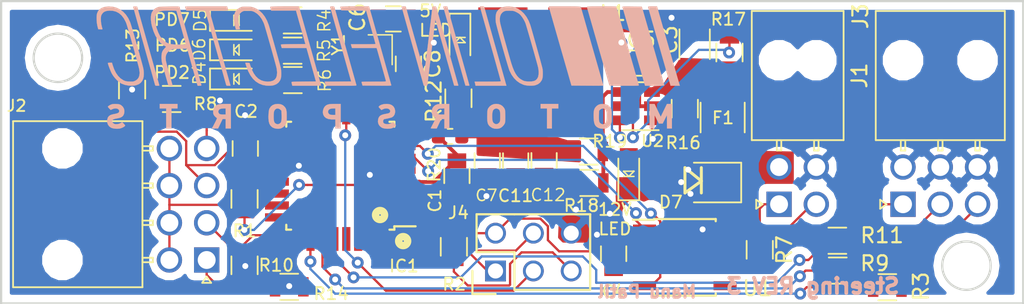
<source format=kicad_pcb>
(kicad_pcb (version 20171130) (host pcbnew 5.0.0-fee4fd1~66~ubuntu18.04.1)
  (layers (0 F.Cu signal) (31 B.Cu signal hide) (34 B.Paste user hide) (35 F.Paste user) (36 B.SilkS user hide) (37 F.SilkS user) (38 B.Mask user) (39 F.Mask user hide) (44 Edge.Cuts user))
  (net 0 "")
  (net 1 VCC)
  (net 2 GND)
  (net 3 "Net-(C2-Pad1)")
  (net 4 /12V_Fused)
  (net 5 "Net-(C5-Pad2)")
  (net 6 "Net-(C5-Pad1)")
  (net 7 "Net-(C6-Pad1)")
  (net 8 "Net-(C11-Pad1)")
  (net 9 "Net-(C8-Pad1)")
  (net 10 "Net-(D1-Pad2)")
  (net 11 "Net-(D2-Pad2)")
  (net 12 "Net-(D4-Pad2)")
  (net 13 "Net-(D5-Pad2)")
  (net 14 "Net-(D6-Pad2)")
  (net 15 +12V)
  (net 16 /MISO)
  (net 17 /MOSI)
  (net 18 "Net-(IC1-Pad3)")
  (net 19 /TXCAN)
  (net 20 /RXCAN)
  (net 21 "Net-(IC1-Pad8)")
  (net 22 "Net-(IC1-Pad9)")
  (net 23 /SCK)
  (net 24 /P_LED_1)
  (net 25 /P_LED_2)
  (net 26 /P_LED_3)
  (net 27 "Net-(IC1-Pad18)")
  (net 28 "Net-(IC1-Pad21)")
  (net 29 /LED_Driver3)
  (net 30 /LED_Driver2)
  (net 31 /LED_Driver1)
  (net 32 /B1_In)
  (net 33 /B2_In)
  (net 34 /B3_In)
  (net 35 /B4_In)
  (net 36 "Net-(IC1-Pad30)")
  (net 37 /RESET)
  (net 38 "Net-(IC1-Pad32)")
  (net 39 /LED3_Out)
  (net 40 /LED2_Out)
  (net 41 /LED1_Out)
  (net 42 /CANH)
  (net 43 /CANL)
  (net 44 "Net-(R17-Pad1)")
  (net 45 "Net-(R18-Pad1)")
  (net 46 "Net-(U1-Pad5)")
  (net 47 "Net-(IC1-Pad29)")
  (net 48 "Net-(IC1-Pad22)")
  (net 49 "Net-(IC1-Pad23)")
  (module footprints:SOT-23-6_OEM (layer F.Cu) (at 70.0024 31.9532 180)
    (fp_text reference U2 (at -1.143 -2.3368) (layer F.SilkS) (effects (font (size 0.762 0.762) (thickness 0.127))))
    (fp_text value TPS561201 hide)
    (pad 1 smd rect (at -1.1 -0.95 180) (size 1.06 0.65) (layers F.Cu F.Paste F.Mask) (net 2 GND))
    (pad 2 smd rect (at -1.1 0 180) (size 1.06 0.65) (layers F.Cu F.Paste F.Mask) (net 5 "Net-(C5-Pad2)"))
    (pad 3 smd rect (at -1.1 0.95 180) (size 1.06 0.65) (layers F.Cu F.Paste F.Mask) (net 4 /12V_Fused))
    (pad 4 smd rect (at 1.1 0.95 180) (size 1.06 0.65) (layers F.Cu F.Paste F.Mask) (net 45 "Net-(R18-Pad1)"))
    (pad 6 smd rect (at 1.1 -0.95 180) (size 1.06 0.65) (layers F.Cu F.Paste F.Mask) (net 6 "Net-(C5-Pad1)"))
    (pad 5 smd rect (at 1.1 0 180) (size 1.06 0.65) (layers F.Cu F.Paste F.Mask) (net 44 "Net-(R17-Pad1)"))
  )
  (module footprints:R_0805_OEM (layer F.Cu) (at 43.7642 42.6466 270)
    (fp_text reference R10 (at 0 -2.1336) (layer F.SilkS) (effects (font (size 0.8128 0.8128) (thickness 0.127))))
    (fp_text value R_1M hide)
    (pad 2 smd rect (at 0.95 0 270) (size 0.7 1.3) (layers F.Cu F.Paste F.Mask) (net 2 GND))
    (pad 1 smd rect (at -0.95 0 270) (size 0.7 1.3) (layers F.Cu F.Paste F.Mask) (net 34 /B3_In))
  )
  (module Connector_Molex:Molex_Nano-Fit_105314-xx04_2x02_P2.50mm_Horizontal (layer F.Cu) (at 79.629 38.5445 90)
    (fp_text reference J3 (at 12.6365 5.461 90) (layer F.SilkS))
    (fp_text value NF_F_RA_2x02 hide)
    (pad 1 thru_hole rect (at 0 0 90) (size 1.7 1.7) (drill 1.2) (layers *.Cu *.Mask) (net 42 /CANH))
    (pad 2 thru_hole circle (at 0 2.5 90) (size 1.7 1.7) (drill 1.2) (layers *.Cu *.Mask) (net 43 /CANL))
    (pad 3 thru_hole circle (at 2.5 0 90) (size 1.7 1.7) (drill 1.2) (layers *.Cu *.Mask) (net 15 +12V))
    (pad 4 thru_hole circle (at 2.5 2.5 90) (size 1.7 1.7) (drill 1.2) (layers *.Cu *.Mask) (net 2 GND))
    (pad "" np_thru_hole circle (at 9.68 0 90) (size 1.7 1.7) (drill 1.7) (layers *.Cu *.Mask))
    (pad "" np_thru_hole circle (at 9.68 2.5 90) (size 1.7 1.7) (drill 1.7) (layers *.Cu *.Mask))
  )
  (module footprints:TQFP-32_7x7mm_Pitch0.8mm (layer F.Cu) (at 50.1904 36.6268 180)
    (fp_text reference IC1 (at -4.2672 -6.0706 180) (layer F.SilkS) (effects (font (size 0.8128 0.8128) (thickness 0.127))))
    (fp_text value ATMEGA16M1 hide)
    (pad 1 smd rect (at -4.25 -2.8 180) (size 1.6 0.55) (layers F.Cu F.Paste F.Mask) (net 16 /MISO))
    (pad 2 smd rect (at -4.25 -2 180) (size 1.6 0.55) (layers F.Cu F.Paste F.Mask) (net 17 /MOSI))
    (pad 3 smd rect (at -4.25 -1.2 180) (size 1.6 0.55) (layers F.Cu F.Paste F.Mask) (net 18 "Net-(IC1-Pad3)"))
    (pad 4 smd rect (at -4.25 -0.4 180) (size 1.6 0.55) (layers F.Cu F.Paste F.Mask) (net 1 VCC))
    (pad 5 smd rect (at -4.25 0.4 180) (size 1.6 0.55) (layers F.Cu F.Paste F.Mask) (net 2 GND))
    (pad 6 smd rect (at -4.25 1.2 180) (size 1.6 0.55) (layers F.Cu F.Paste F.Mask) (net 19 /TXCAN))
    (pad 7 smd rect (at -4.25 2 180) (size 1.6 0.55) (layers F.Cu F.Paste F.Mask) (net 20 /RXCAN))
    (pad 8 smd rect (at -4.25 2.8 180) (size 1.6 0.55) (layers F.Cu F.Paste F.Mask) (net 21 "Net-(IC1-Pad8)"))
    (pad 9 smd rect (at -2.8 4.25 270) (size 1.6 0.55) (layers F.Cu F.Paste F.Mask) (net 22 "Net-(IC1-Pad9)"))
    (pad 10 smd rect (at -2 4.25 270) (size 1.6 0.55) (layers F.Cu F.Paste F.Mask) (net 9 "Net-(C8-Pad1)"))
    (pad 11 smd rect (at -1.2 4.25 270) (size 1.6 0.55) (layers F.Cu F.Paste F.Mask) (net 7 "Net-(C6-Pad1)"))
    (pad 12 smd rect (at -0.4 4.25 270) (size 1.6 0.55) (layers F.Cu F.Paste F.Mask) (net 23 /SCK))
    (pad 13 smd rect (at 0.4 4.25 270) (size 1.6 0.55) (layers F.Cu F.Paste F.Mask) (net 24 /P_LED_1))
    (pad 14 smd rect (at 1.2 4.25 270) (size 1.6 0.55) (layers F.Cu F.Paste F.Mask) (net 25 /P_LED_2))
    (pad 15 smd rect (at 2 4.25 270) (size 1.6 0.55) (layers F.Cu F.Paste F.Mask) (net 26 /P_LED_3))
    (pad 16 smd rect (at 2.8 4.25 270) (size 1.6 0.55) (layers F.Cu F.Paste F.Mask) (net 32 /B1_In))
    (pad 17 smd rect (at 4.25 2.8 180) (size 1.6 0.55) (layers F.Cu F.Paste F.Mask) (net 33 /B2_In))
    (pad 18 smd rect (at 4.25 2 180) (size 1.6 0.55) (layers F.Cu F.Paste F.Mask) (net 27 "Net-(IC1-Pad18)"))
    (pad 19 smd rect (at 4.25 1.2 180) (size 1.6 0.55) (layers F.Cu F.Paste F.Mask) (net 3 "Net-(C2-Pad1)"))
    (pad 20 smd rect (at 4.25 0.4 180) (size 1.6 0.55) (layers F.Cu F.Paste F.Mask) (net 2 GND))
    (pad 21 smd rect (at 4.25 -0.4 180) (size 1.6 0.55) (layers F.Cu F.Paste F.Mask) (net 28 "Net-(IC1-Pad21)"))
    (pad 22 smd rect (at 4.25 -1.2 180) (size 1.6 0.55) (layers F.Cu F.Paste F.Mask) (net 48 "Net-(IC1-Pad22)"))
    (pad 23 smd rect (at 4.25 -2 180) (size 1.6 0.55) (layers F.Cu F.Paste F.Mask) (net 49 "Net-(IC1-Pad23)"))
    (pad 24 smd rect (at 4.25 -2.8 180) (size 1.6 0.55) (layers F.Cu F.Paste F.Mask) (net 34 /B3_In))
    (pad 25 smd rect (at 2.8 -4.25 270) (size 1.6 0.55) (layers F.Cu F.Paste F.Mask) (net 35 /B4_In))
    (pad 26 smd rect (at 2 -4.25 270) (size 1.6 0.55) (layers F.Cu F.Paste F.Mask) (net 31 /LED_Driver1))
    (pad 27 smd rect (at 1.2 -4.25 270) (size 1.6 0.55) (layers F.Cu F.Paste F.Mask) (net 30 /LED_Driver2))
    (pad 28 smd rect (at 0.4 -4.25 270) (size 1.6 0.55) (layers F.Cu F.Paste F.Mask) (net 29 /LED_Driver3))
    (pad 29 smd rect (at -0.4 -4.25 270) (size 1.6 0.55) (layers F.Cu F.Paste F.Mask) (net 47 "Net-(IC1-Pad29)"))
    (pad 30 smd rect (at -1.2 -4.25 270) (size 1.6 0.55) (layers F.Cu F.Paste F.Mask) (net 36 "Net-(IC1-Pad30)"))
    (pad 31 smd rect (at -2 -4.25 270) (size 1.6 0.55) (layers F.Cu F.Paste F.Mask) (net 37 /RESET))
    (pad 32 smd rect (at -2.8 -4.25 270) (size 1.6 0.55) (layers F.Cu F.Paste F.Mask) (net 38 "Net-(IC1-Pad32)"))
  )
  (module footprints:C_0805_OEM (layer F.Cu) (at 58.0136 36.6268 270)
    (fp_text reference C1 (at 1.6764 1.4732 90) (layer F.SilkS) (effects (font (size 0.8128 0.8128) (thickness 0.127))))
    (fp_text value C_0.1uF hide)
    (pad 1 smd rect (at -1 0 270) (size 1 1.25) (layers F.Cu F.Paste F.Mask) (net 1 VCC))
    (pad 2 smd rect (at 1 0 270) (size 1 1.25) (layers F.Cu F.Paste F.Mask) (net 2 GND))
  )
  (module footprints:C_0805_OEM (layer F.Cu) (at 43.815 34.798 90)
    (fp_text reference C2 (at 2.4892 0.0508 180) (layer F.SilkS) (effects (font (size 0.8128 0.8128) (thickness 0.127))))
    (fp_text value C_100pF hide)
    (pad 1 smd rect (at -1 0 90) (size 1 1.25) (layers F.Cu F.Paste F.Mask) (net 3 "Net-(C2-Pad1)"))
    (pad 2 smd rect (at 1 0 90) (size 1 1.25) (layers F.Cu F.Paste F.Mask) (net 2 GND))
  )
  (module footprints:C_1206_OEM (layer F.Cu) (at 73.9648 27.7876 90)
    (fp_text reference C3 (at 0.2921 -1.6764 90) (layer F.SilkS))
    (fp_text value C_22uF hide)
    (pad 1 smd rect (at -1.5 0 90) (size 1 1.6) (layers F.Cu F.Paste F.Mask) (net 4 /12V_Fused))
    (pad 2 smd rect (at 1.5 0 90) (size 1 1.6) (layers F.Cu F.Paste F.Mask) (net 2 GND))
  )
  (module footprints:C_0805_OEM (layer F.Cu) (at 68.5292 41.8686 90)
    (fp_text reference C4 (at -2.5306 0 180) (layer F.SilkS) (effects (font (size 0.8128 0.8128) (thickness 0.127))))
    (fp_text value C_0.1uF hide)
    (pad 2 smd rect (at 1 0 90) (size 1 1.25) (layers F.Cu F.Paste F.Mask) (net 2 GND))
    (pad 1 smd rect (at -1 0 90) (size 1 1.25) (layers F.Cu F.Paste F.Mask) (net 1 VCC))
  )
  (module footprints:C_0805_OEM (layer F.Cu) (at 69.9864 29.0576)
    (fp_text reference C5 (at 0.397 -1.5748) (layer F.SilkS))
    (fp_text value C_0.1uF hide)
    (pad 2 smd rect (at 1 0) (size 1 1.25) (layers F.Cu F.Paste F.Mask) (net 5 "Net-(C5-Pad2)"))
    (pad 1 smd rect (at -1 0) (size 1 1.25) (layers F.Cu F.Paste F.Mask) (net 6 "Net-(C5-Pad1)"))
  )
  (module footprints:C_0805_OEM (layer F.Cu) (at 53.7464 26.0858)
    (fp_text reference C6 (at -2.413 -0.1016 90) (layer F.SilkS))
    (fp_text value C_30pF hide)
    (pad 1 smd rect (at -1 0) (size 1 1.25) (layers F.Cu F.Paste F.Mask) (net 7 "Net-(C6-Pad1)"))
    (pad 2 smd rect (at 1 0) (size 1 1.25) (layers F.Cu F.Paste F.Mask) (net 2 GND))
  )
  (module footprints:C_0805_OEM (layer F.Cu) (at 60.0519 35.617206 270)
    (fp_text reference C7 (at 2.330394 0.0571) (layer F.SilkS) (effects (font (size 0.762 0.762) (thickness 0.1016))))
    (fp_text value C_47uF hide)
    (pad 1 smd rect (at -1 0 270) (size 1 1.25) (layers F.Cu F.Paste F.Mask) (net 8 "Net-(C11-Pad1)"))
    (pad 2 smd rect (at 1 0 270) (size 1 1.25) (layers F.Cu F.Paste F.Mask) (net 2 GND))
  )
  (module footprints:C_0805_OEM (layer F.Cu) (at 54.7624 29.1084 90)
    (fp_text reference C8 (at 0 1.6256 90) (layer F.SilkS))
    (fp_text value C_30pF hide)
    (pad 2 smd rect (at 1 0 90) (size 1 1.25) (layers F.Cu F.Paste F.Mask) (net 2 GND))
    (pad 1 smd rect (at -1 0 90) (size 1 1.25) (layers F.Cu F.Paste F.Mask) (net 9 "Net-(C8-Pad1)"))
  )
  (module footprints:C_0805_OEM (layer F.Cu) (at 61.9569 35.617206 270)
    (fp_text reference C11 (at 2.355794 0.0063) (layer F.SilkS) (effects (font (size 0.8128 0.8128) (thickness 0.127))))
    (fp_text value C_1uF hide)
    (pad 1 smd rect (at -1 0 270) (size 1 1.25) (layers F.Cu F.Paste F.Mask) (net 8 "Net-(C11-Pad1)"))
    (pad 2 smd rect (at 1 0 270) (size 1 1.25) (layers F.Cu F.Paste F.Mask) (net 2 GND))
  )
  (module footprints:C_0805_OEM (layer F.Cu) (at 63.8619 35.601206 270)
    (fp_text reference C12 (at 2.320994 -0.2731) (layer F.SilkS) (effects (font (size 0.8128 0.8128) (thickness 0.1016))))
    (fp_text value C_0.1uF hide)
    (pad 2 smd rect (at 1 0 270) (size 1 1.25) (layers F.Cu F.Paste F.Mask) (net 2 GND))
    (pad 1 smd rect (at -1 0 270) (size 1 1.25) (layers F.Cu F.Paste F.Mask) (net 8 "Net-(C11-Pad1)"))
  )
  (module footprints:LED_0805_OEM (layer F.Cu) (at 69.5452 36.4744 90)
    (fp_text reference D1 hide)
    (fp_text value LED_0805 hide)
    (pad 2 smd rect (at 1.1 0 270) (size 1.2 1.2) (layers F.Cu F.Paste F.Mask) (net 10 "Net-(D1-Pad2)"))
    (pad 1 smd rect (at -1.1 0 270) (size 1.2 1.2) (layers F.Cu F.Paste F.Mask) (net 2 GND))
  )
  (module footprints:LED_0805_OEM (layer F.Cu) (at 58.2168 27.5336 270)
    (fp_text reference D2 hide)
    (fp_text value LED_0805 hide)
    (pad 1 smd rect (at -1.1 0 90) (size 1.2 1.2) (layers F.Cu F.Paste F.Mask) (net 2 GND))
    (pad 2 smd rect (at 1.1 0 90) (size 1.2 1.2) (layers F.Cu F.Paste F.Mask) (net 11 "Net-(D2-Pad2)"))
  )
  (module footprints:LED_0805_OEM (layer F.Cu) (at 43.2484 30.1244)
    (fp_text reference D4 (at -2.5068 -0.381 90) (layer F.SilkS) (effects (font (size 0.8128 0.8128) (thickness 0.1016))))
    (fp_text value LED_0805 hide)
    (pad 2 smd rect (at 1.1 0 180) (size 1.2 1.2) (layers F.Cu F.Paste F.Mask) (net 12 "Net-(D4-Pad2)"))
    (pad 1 smd rect (at -1.1 0 180) (size 1.2 1.2) (layers F.Cu F.Paste F.Mask) (net 2 GND))
  )
  (module footprints:LED_0805_OEM (layer F.Cu) (at 43.2484 26.1874)
    (fp_text reference D5 (at -2.456 0 90) (layer F.SilkS) (effects (font (size 0.8128 0.8128) (thickness 0.1016))))
    (fp_text value LED_0805 hide)
    (pad 1 smd rect (at -1.1 0 180) (size 1.2 1.2) (layers F.Cu F.Paste F.Mask) (net 2 GND))
    (pad 2 smd rect (at 1.1 0 180) (size 1.2 1.2) (layers F.Cu F.Paste F.Mask) (net 13 "Net-(D5-Pad2)"))
  )
  (module footprints:LED_0805_OEM (layer F.Cu) (at 43.2484 28.1686)
    (fp_text reference D6 (at -2.5322 -0.0254 90) (layer F.SilkS) (effects (font (size 0.8128 0.8128) (thickness 0.1016))))
    (fp_text value LED_0805 hide)
    (pad 2 smd rect (at 1.1 0 180) (size 1.2 1.2) (layers F.Cu F.Paste F.Mask) (net 14 "Net-(D6-Pad2)"))
    (pad 1 smd rect (at -1.1 0 180) (size 1.2 1.2) (layers F.Cu F.Paste F.Mask) (net 2 GND))
  )
  (module footprints:DO-214AA (layer F.Cu) (at 73.914 37.084 180)
    (fp_text reference D7 (at 1.5494 -1.3208 180) (layer F.SilkS) (effects (font (size 0.8128 0.8128) (thickness 0.127))))
    (fp_text value D_Zener_18V hide)
    (pad 2 smd rect (at 2.032 0) (size 1.778 2.159) (layers F.Cu F.Paste F.Mask) (net 2 GND))
    (pad 1 smd rect (at -2.032 0) (size 1.778 2.159) (layers F.Cu F.Paste F.Mask) (net 15 +12V))
  )
  (module footprints:Fuse_1210 (layer F.Cu) (at 75.8444 32.7152 90)
    (fp_text reference F1 (at -0.0254 0.0254) (layer F.SilkS) (effects (font (size 0.8128 0.8128) (thickness 0.127))))
    (fp_text value 500mA hide)
    (pad 1 smd rect (at -1.45 0 90) (size 0.9 2.5) (layers F.Cu F.Paste F.Mask) (net 15 +12V))
    (pad 2 smd rect (at 1.45 0 90) (size 0.9 2.5) (layers F.Cu F.Paste F.Mask) (net 4 /12V_Fused))
  )
  (module footprints:Pin_Header_Straight_2x03 (layer F.Cu) (at 60.6044 43.0276 90)
    (fp_text reference J4 (at 3.9116 -2.4892 180) (layer F.SilkS) (effects (font (size 0.8128 0.8128) (thickness 0.127))))
    (fp_text value CONN_02X03 hide)
    (pad 6 thru_hole circle (at 2.54 5.08 90) (size 1.4 1.4) (drill 1.016) (layers *.Cu *.Mask) (net 2 GND))
    (pad 5 thru_hole circle (at 0 5.08 90) (size 1.4 1.4) (drill 1.016) (layers *.Cu *.Mask) (net 37 /RESET))
    (pad 4 thru_hole circle (at 2.54 2.54 90) (size 1.4 1.4) (drill 1.016) (layers *.Cu *.Mask) (net 17 /MOSI))
    (pad 3 thru_hole circle (at 0 2.54 90) (size 1.4 1.4) (drill 1.016) (layers *.Cu *.Mask) (net 23 /SCK))
    (pad 2 thru_hole circle (at 2.54 0 90) (size 1.4 1.4) (drill 1.016) (layers *.Cu *.Mask) (net 1 VCC))
    (pad 1 thru_hole rect (at 0 0 90) (size 1.4 1.4) (drill 1.016) (layers *.Cu *.Mask) (net 16 /MISO))
  )
  (module footprints:4.7uH_Inductor_OEM (layer F.Cu) (at 63.4492 29.4132 180)
    (fp_text reference L1 (at -5.0292 3.7084) (layer F.SilkS))
    (fp_text value L_4.7uH hide)
    (pad 1 smd rect (at -2.35 0 180) (size 3.3 8.2) (layers F.Cu F.Paste F.Mask) (net 5 "Net-(C5-Pad2)"))
    (pad 2 smd rect (at 2.35 0 180) (size 3.3 8.2) (layers F.Cu F.Paste F.Mask) (net 8 "Net-(C11-Pad1)"))
  )
  (module footprints:R_0805_OEM (layer F.Cu) (at 43.7642 38.1864 90)
    (fp_text reference R1 (at -2.1488 0 180) (layer F.SilkS) (effects (font (size 0.8128 0.8128) (thickness 0.127))))
    (fp_text value R_100 hide)
    (pad 1 smd rect (at -0.95 0 90) (size 0.7 1.3) (layers F.Cu F.Paste F.Mask) (net 1 VCC))
    (pad 2 smd rect (at 0.95 0 90) (size 0.7 1.3) (layers F.Cu F.Paste F.Mask) (net 3 "Net-(C2-Pad1)"))
  )
  (module footprints:R_0805_OEM (layer F.Cu) (at 57.8104 41.402 270)
    (fp_text reference R2 (at 2.5146 -0.0254) (layer F.SilkS) (effects (font (size 0.8128 0.8128) (thickness 0.127))))
    (fp_text value R_10K hide)
    (pad 2 smd rect (at 0.95 0 270) (size 0.7 1.3) (layers F.Cu F.Paste F.Mask) (net 37 /RESET))
    (pad 1 smd rect (at -0.95 0 270) (size 0.7 1.3) (layers F.Cu F.Paste F.Mask) (net 1 VCC))
  )
  (module footprints:R_0805_OEM (layer F.Cu) (at 86.8934 44.1198 180)
    (fp_text reference R3 (at -2.2606 0.0508 90) (layer F.SilkS))
    (fp_text value R_200 hide)
    (pad 2 smd rect (at 0.95 0 180) (size 0.7 1.3) (layers F.Cu F.Paste F.Mask) (net 31 /LED_Driver1))
    (pad 1 smd rect (at -0.95 0 180) (size 0.7 1.3) (layers F.Cu F.Paste F.Mask) (net 41 /LED1_Out))
  )
  (module footprints:R_0805_OEM (layer F.Cu) (at 46.99 26.1874 180)
    (fp_text reference R4 (at -2.1336 -0.0254 270) (layer F.SilkS) (effects (font (size 0.8128 0.8128) (thickness 0.1016))))
    (fp_text value R_200 hide)
    (pad 1 smd rect (at -0.95 0 180) (size 0.7 1.3) (layers F.Cu F.Paste F.Mask) (net 24 /P_LED_1))
    (pad 2 smd rect (at 0.95 0 180) (size 0.7 1.3) (layers F.Cu F.Paste F.Mask) (net 13 "Net-(D5-Pad2)"))
  )
  (module footprints:R_0805_OEM (layer F.Cu) (at 46.99 28.2194 180)
    (fp_text reference R5 (at -2.1082 0 90) (layer F.SilkS) (effects (font (size 0.8128 0.8128) (thickness 0.1016))))
    (fp_text value R_200 hide)
    (pad 1 smd rect (at -0.95 0 180) (size 0.7 1.3) (layers F.Cu F.Paste F.Mask) (net 25 /P_LED_2))
    (pad 2 smd rect (at 0.95 0 180) (size 0.7 1.3) (layers F.Cu F.Paste F.Mask) (net 14 "Net-(D6-Pad2)"))
  )
  (module footprints:R_0805_OEM (layer F.Cu) (at 47.0052 30.2006 180)
    (fp_text reference R6 (at -2.1438 -0.0254 270) (layer F.SilkS) (effects (font (size 0.8128 0.8128) (thickness 0.1016))))
    (fp_text value R_200 hide)
    (pad 2 smd rect (at 0.95 0 180) (size 0.7 1.3) (layers F.Cu F.Paste F.Mask) (net 12 "Net-(D4-Pad2)"))
    (pad 1 smd rect (at -0.95 0 180) (size 0.7 1.3) (layers F.Cu F.Paste F.Mask) (net 26 /P_LED_3))
  )
  (module footprints:R_0805_OEM (layer F.Cu) (at 78.3336 41.6052 270)
    (fp_text reference R7 (at 0 -1.65 270) (layer F.SilkS))
    (fp_text value R_200 hide)
    (pad 1 smd rect (at -0.95 0 270) (size 0.7 1.3) (layers F.Cu F.Paste F.Mask) (net 42 /CANH))
    (pad 2 smd rect (at 0.95 0 270) (size 0.7 1.3) (layers F.Cu F.Paste F.Mask) (net 43 /CANL))
  )
  (module footprints:R_0805_OEM (layer F.Cu) (at 38.8772 31.4706 180)
    (fp_text reference R8 (at -2.2708 -0.3302) (layer F.SilkS) (effects (font (size 0.8128 0.8128) (thickness 0.127))))
    (fp_text value R_1M hide)
    (pad 2 smd rect (at 0.95 0 180) (size 0.7 1.3) (layers F.Cu F.Paste F.Mask) (net 2 GND))
    (pad 1 smd rect (at -0.95 0 180) (size 0.7 1.3) (layers F.Cu F.Paste F.Mask) (net 32 /B1_In))
  )
  (module footprints:R_0805_OEM (layer F.Cu) (at 83.566 43.0022 180)
    (fp_text reference R9 (at -2.4892 0.4826) (layer F.SilkS))
    (fp_text value R_200 hide)
    (pad 1 smd rect (at -0.95 0 180) (size 0.7 1.3) (layers F.Cu F.Paste F.Mask) (net 40 /LED2_Out))
    (pad 2 smd rect (at 0.95 0 180) (size 0.7 1.3) (layers F.Cu F.Paste F.Mask) (net 30 /LED_Driver2))
  )
  (module footprints:R_0805_OEM (layer F.Cu) (at 83.5406 40.9956 180)
    (fp_text reference R11 (at -2.9972 0.3556) (layer F.SilkS))
    (fp_text value R_200 hide)
    (pad 1 smd rect (at -0.95 0 180) (size 0.7 1.3) (layers F.Cu F.Paste F.Mask) (net 39 /LED3_Out))
    (pad 2 smd rect (at 0.95 0 180) (size 0.7 1.3) (layers F.Cu F.Paste F.Mask) (net 29 /LED_Driver3))
  )
  (module footprints:R_0805_OEM (layer F.Cu) (at 58.1152 31.4198 90)
    (fp_text reference R12 (at -0.2032 -1.651 90) (layer F.SilkS))
    (fp_text value R_200 hide)
    (pad 2 smd rect (at 0.95 0 90) (size 0.7 1.3) (layers F.Cu F.Paste F.Mask) (net 11 "Net-(D2-Pad2)"))
    (pad 1 smd rect (at -0.95 0 90) (size 0.7 1.3) (layers F.Cu F.Paste F.Mask) (net 1 VCC))
  )
  (module footprints:R_0805_OEM (layer F.Cu) (at 36.2204 30.8356 90)
    (fp_text reference R13 (at 2.9464 0.0508 270) (layer F.SilkS) (effects (font (size 0.8128 0.8128) (thickness 0.127))))
    (fp_text value R_1M hide)
    (pad 1 smd rect (at -0.95 0 90) (size 0.7 1.3) (layers F.Cu F.Paste F.Mask) (net 33 /B2_In))
    (pad 2 smd rect (at 0.95 0 90) (size 0.7 1.3) (layers F.Cu F.Paste F.Mask) (net 2 GND))
  )
  (module footprints:R_0805_OEM (layer F.Cu) (at 46.7614 44.0944)
    (fp_text reference R14 (at 2.8194 0.4572 180) (layer F.SilkS) (effects (font (size 0.8128 0.8128) (thickness 0.127))))
    (fp_text value R_1M hide)
    (pad 1 smd rect (at -0.95 0) (size 0.7 1.3) (layers F.Cu F.Paste F.Mask) (net 35 /B4_In))
    (pad 2 smd rect (at 0.95 0) (size 0.7 1.3) (layers F.Cu F.Paste F.Mask) (net 2 GND))
  )
  (module footprints:R_0805_OEM (layer F.Cu) (at 73.3044 32.1208 270)
    (fp_text reference R16 (at 2.2962 0.1016) (layer F.SilkS) (effects (font (size 0.8128 0.8128) (thickness 0.127))))
    (fp_text value R_1K hide)
    (pad 2 smd rect (at 0.95 0 270) (size 0.7 1.3) (layers F.Cu F.Paste F.Mask) (net 10 "Net-(D1-Pad2)"))
    (pad 1 smd rect (at -0.95 0 270) (size 0.7 1.3) (layers F.Cu F.Paste F.Mask) (net 4 /12V_Fused))
  )
  (module footprints:R_0805_OEM (layer F.Cu) (at 76.3016 28.3464 270)
    (fp_text reference R17 (at -2.2352 0.0762) (layer F.SilkS) (effects (font (size 0.8128 0.8128) (thickness 0.127))))
    (fp_text value R_10K hide)
    (pad 2 smd rect (at 0.95 0 270) (size 0.7 1.3) (layers F.Cu F.Paste F.Mask) (net 4 /12V_Fused))
    (pad 1 smd rect (at -0.95 0 270) (size 0.7 1.3) (layers F.Cu F.Paste F.Mask) (net 44 "Net-(R17-Pad1)"))
  )
  (module footprints:R_0805_OEM (layer F.Cu) (at 66.8528 35.0012)
    (fp_text reference R19 (at 1.4224 -0.6858 180) (layer F.SilkS) (effects (font (size 0.8128 0.8128) (thickness 0.127))))
    (fp_text value R_51.1K hide)
    (pad 1 smd rect (at -0.95 0) (size 0.7 1.3) (layers F.Cu F.Paste F.Mask) (net 8 "Net-(C11-Pad1)"))
    (pad 2 smd rect (at 0.95 0) (size 0.7 1.3) (layers F.Cu F.Paste F.Mask) (net 45 "Net-(R18-Pad1)"))
  )
  (module footprints:R_0603_1608Metric (layer F.Cu) (at 57.5564 33.9852)
    (fp_text reference R20 (at -1.0668 1.905 90) (layer F.SilkS) (effects (font (size 0.8128 0.8128) (thickness 0.127))))
    (fp_text value R_0 hide)
    (pad 1 smd roundrect (at -0.7875 0) (size 0.875 0.95) (layers F.Cu F.Paste F.Mask) (net 1 VCC))
    (pad 2 smd roundrect (at 0.7875 0) (size 0.875 0.95) (layers F.Cu F.Paste F.Mask) (net 8 "Net-(C11-Pad1)"))
  )
  (module footprints:SOIC-8_3.9x4.9mm_Pitch1.27mm_OEM (layer F.Cu) (at 73.3044 42.1132)
    (fp_text reference U1 (at 4.8768 2.0828) (layer F.SilkS))
    (fp_text value MCP2561-E_SN hide)
    (pad 1 smd rect (at -2.7 -1.905) (size 1.55 0.6) (layers F.Cu F.Paste F.Mask) (net 19 /TXCAN))
    (pad 2 smd rect (at -2.7 -0.635) (size 1.55 0.6) (layers F.Cu F.Paste F.Mask) (net 2 GND))
    (pad 3 smd rect (at -2.7 0.635) (size 1.55 0.6) (layers F.Cu F.Paste F.Mask) (net 1 VCC))
    (pad 4 smd rect (at -2.7 1.905) (size 1.55 0.6) (layers F.Cu F.Paste F.Mask) (net 20 /RXCAN))
    (pad 5 smd rect (at 2.7 1.905) (size 1.55 0.6) (layers F.Cu F.Paste F.Mask) (net 46 "Net-(U1-Pad5)"))
    (pad 6 smd rect (at 2.7 0.635) (size 1.55 0.6) (layers F.Cu F.Paste F.Mask) (net 43 /CANL))
    (pad 7 smd rect (at 2.7 -0.635) (size 1.55 0.6) (layers F.Cu F.Paste F.Mask) (net 42 /CANH))
    (pad 8 smd rect (at 2.7 -1.905) (size 1.55 0.6) (layers F.Cu F.Paste F.Mask) (net 2 GND))
  )
  (module footprints:Crystal_SMD_FA238 (layer F.Cu) (at 52.07 29.1592 270)
    (fp_text reference Y1 (at -1.3462 2.0066 270) (layer F.SilkS) (effects (font (size 0.8128 0.8128) (thickness 0.127))))
    (fp_text value Crystal_SMD hide)
    (pad 1 smd rect (at -1.1 0.8 270) (size 1.4 1.2) (layers F.Cu F.Mask) (net 7 "Net-(C6-Pad1)"))
    (pad 2 smd rect (at 1.1 0.8 270) (size 1.4 1.2) (layers F.Cu F.Mask) (net 2 GND))
    (pad 3 smd rect (at 1.1 -0.8 270) (size 1.4 1.2) (layers F.Cu F.Mask) (net 9 "Net-(C8-Pad1)"))
    (pad 4 smd rect (at -1.1 -0.8 270) (size 1.4 1.2) (layers F.Cu F.Mask) (net 2 GND))
  )
  (module Connector_Molex:Molex_Nano-Fit_105314-xx06_2x03_P2.50mm_Horizontal (layer F.Cu) (at 87.9475 38.5445 90)
    (fp_text reference J1 (at 8.65 -2.92 90) (layer F.SilkS))
    (fp_text value NF_F_RA_2x03 hide)
    (pad 1 thru_hole rect (at 0 0 90) (size 1.7 1.7) (drill 1.2) (layers *.Cu *.Mask) (net 39 /LED3_Out))
    (pad 2 thru_hole circle (at 0 2.5 90) (size 1.7 1.7) (drill 1.2) (layers *.Cu *.Mask) (net 40 /LED2_Out))
    (pad 3 thru_hole circle (at 0 5 90) (size 1.7 1.7) (drill 1.2) (layers *.Cu *.Mask) (net 41 /LED1_Out))
    (pad 4 thru_hole circle (at 2.5 0 90) (size 1.7 1.7) (drill 1.2) (layers *.Cu *.Mask) (net 2 GND))
    (pad 5 thru_hole circle (at 2.5 2.5 90) (size 1.7 1.7) (drill 1.2) (layers *.Cu *.Mask) (net 2 GND))
    (pad 6 thru_hole circle (at 2.5 5 90) (size 1.7 1.7) (drill 1.2) (layers *.Cu *.Mask) (net 2 GND))
    (pad "" np_thru_hole circle (at 9.68 0 90) (size 1.7 1.7) (drill 1.7) (layers *.Cu *.Mask))
    (pad "" np_thru_hole circle (at 9.68 5 90) (size 1.7 1.7) (drill 1.7) (layers *.Cu *.Mask))
  )
  (module Connector_Molex:Molex_Nano-Fit_105314-xx08_2x04_P2.50mm_Horizontal (layer F.Cu) (at 41.2242 42.291 180)
    (fp_text reference J2 (at 12.7508 10.3632 180) (layer F.SilkS) (effects (font (size 0.762 0.762) (thickness 0.127))))
    (fp_text value NF_F_RA_2x04 hide)
    (pad 1 thru_hole rect (at 0 0 180) (size 1.7 1.7) (drill 1.2) (layers *.Cu *.Mask) (net 35 /B4_In))
    (pad 2 thru_hole circle (at 0 2.5 180) (size 1.7 1.7) (drill 1.2) (layers *.Cu *.Mask) (net 34 /B3_In))
    (pad 3 thru_hole circle (at 0 5 180) (size 1.7 1.7) (drill 1.2) (layers *.Cu *.Mask) (net 33 /B2_In))
    (pad 4 thru_hole circle (at 0 7.5 180) (size 1.7 1.7) (drill 1.2) (layers *.Cu *.Mask) (net 32 /B1_In))
    (pad 5 thru_hole circle (at 2.5 0 180) (size 1.7 1.7) (drill 1.2) (layers *.Cu *.Mask) (net 1 VCC))
    (pad 6 thru_hole circle (at 2.5 2.5 180) (size 1.7 1.7) (drill 1.2) (layers *.Cu *.Mask) (net 1 VCC))
    (pad 7 thru_hole circle (at 2.5 5 180) (size 1.7 1.7) (drill 1.2) (layers *.Cu *.Mask) (net 1 VCC))
    (pad 8 thru_hole circle (at 2.5 7.5 180) (size 1.7 1.7) (drill 1.2) (layers *.Cu *.Mask) (net 1 VCC))
    (pad "" np_thru_hole circle (at 9.68 0 180) (size 1.7 1.7) (drill 1.7) (layers *.Cu *.Mask))
    (pad "" np_thru_hole circle (at 9.68 7.5 180) (size 1.7 1.7) (drill 1.7) (layers *.Cu *.Mask))
  )
  (module footprints:R_0805_OEM (layer F.Cu) (at 66.8884 37.1094 180)
    (fp_text reference R18 (at 0.5182 -1.524 180) (layer F.SilkS) (effects (font (size 0.8128 0.8128) (thickness 0.127))))
    (fp_text value R_10K hide)
    (pad 1 smd rect (at -0.95 0 180) (size 0.7 1.3) (layers F.Cu F.Paste F.Mask) (net 45 "Net-(R18-Pad1)"))
    (pad 2 smd rect (at 0.95 0 180) (size 0.7 1.3) (layers F.Cu F.Paste F.Mask) (net 2 GND))
  )
  (module footprints:Logo_Large (layer B.Cu) (at 53.4162 29.3624 180)
    (fp_text reference G*** hide)
    (fp_text value LOGO hide)
  )
  (gr_text "5V \nLED" (at 55.4101 26.2001) (layer F.SilkS) (effects (font (size 0.8128 0.8128) (thickness 0.127)) (justify left)))
  (gr_text "12V\nLED" (at 68.6181 39.5478) (layer F.SilkS) (effects (font (size 0.8128 0.8128) (thickness 0.127))))
  (gr_text "Manu Patil" (at 70.7644 44.4246) (layer B.SilkS) (effects (font (size 0.8128 0.8128) (thickness 0.2032)) (justify mirror)))
  (gr_text "Steering REV 3" (at 81.8896 44.0436) (layer B.SilkS) (effects (font (size 1.016 1.016) (thickness 0.254)) (justify mirror)))
  (gr_circle (center 92.202 42.672) (end 93.8276 42.6212) (layer Edge.Cuts) (width 0.15))
  (gr_circle (center 31.242 28.702) (end 32.8676 28.6512) (layer Edge.Cuts) (width 0.15))
  (gr_text PD2 (at 38.9001 29.6926) (layer F.SilkS) (effects (font (size 0.8128 0.8128) (thickness 0.127))))
  (gr_text PD7 (at 38.8874 26.1366) (layer F.SilkS) (effects (font (size 0.8128 0.8128) (thickness 0.127))))
  (gr_text PD6 (at 38.9382 27.8638) (layer F.SilkS) (effects (font (size 0.8128 0.8128) (thickness 0.127))))
  (gr_line (start 96.012 24.892) (end 27.432 24.892) (layer Edge.Cuts) (width 0.15))
  (gr_line (start 96.012 45.212) (end 96.012 24.892) (layer Edge.Cuts) (width 0.15))
  (gr_line (start 27.432 45.212) (end 96.012 45.212) (layer Edge.Cuts) (width 0.15))
  (gr_line (start 27.432 24.892) (end 27.432 45.212) (layer Edge.Cuts) (width 0.15))
  (via (at 47.424959 37.245394) (size 0.8) (drill 0.4) (layers F.Cu B.Cu) (net 1))
  (segment (start 68.945 42.7482) (end 68.5292 43.164) (width 0.1524) (layer F.Cu) (net 1))
  (segment (start 58.0136 35.2299) (end 56.7689 33.9852) (width 0.254) (layer F.Cu) (net 1))
  (segment (start 56.7689 33.7161) (end 58.1152 32.3698) (width 0.254) (layer F.Cu) (net 1))
  (segment (start 56.7689 33.9852) (end 56.7689 33.7161) (width 0.254) (layer F.Cu) (net 1))
  (segment (start 55.4944 37.0268) (end 54.4404 37.0268) (width 0.254) (layer F.Cu) (net 1))
  (segment (start 68.5292 43.164) (end 68.4042 43.164) (width 0.1524) (layer F.Cu) (net 1))
  (segment (start 47.990644 37.245394) (end 47.424959 37.245394) (width 0.1524) (layer F.Cu) (net 1))
  (segment (start 53.269406 37.245394) (end 47.990644 37.245394) (width 0.1524) (layer F.Cu) (net 1))
  (segment (start 53.488 37.0268) (end 53.269406 37.245394) (width 0.1524) (layer F.Cu) (net 1))
  (segment (start 54.4404 37.0268) (end 53.488 37.0268) (width 0.1524) (layer F.Cu) (net 1))
  (segment (start 60.6044 40.4876) (end 57.846 40.4876) (width 0.1524) (layer F.Cu) (net 1))
  (segment (start 55.3928 37.0268) (end 54.4404 37.0268) (width 0.1524) (layer F.Cu) (net 1))
  (segment (start 57.8104 40.452) (end 57.8104 39.4444) (width 0.1524) (layer F.Cu) (net 1))
  (segment (start 57.8104 39.4444) (end 55.3928 37.0268) (width 0.1524) (layer F.Cu) (net 1))
  (segment (start 38.7242 38.5826) (end 38.7242 42.291) (width 0.1524) (layer F.Cu) (net 1))
  (segment (start 38.7242 34.791) (end 38.7242 38.5826) (width 0.1524) (layer F.Cu) (net 1))
  (segment (start 68.6496 42.7482) (end 68.5292 42.8686) (width 0.1524) (layer F.Cu) (net 1))
  (segment (start 70.6044 42.7482) (end 68.6496 42.7482) (width 0.1524) (layer F.Cu) (net 1))
  (segment (start 67.2424 41.7068) (end 68.4042 42.8686) (width 0.1524) (layer F.Cu) (net 1))
  (segment (start 68.4042 42.8686) (end 68.5292 42.8686) (width 0.1524) (layer F.Cu) (net 1))
  (segment (start 60.6044 40.4876) (end 61.580601 39.511399) (width 0.1524) (layer F.Cu) (net 1))
  (segment (start 64.120601 40.019023) (end 64.120601 40.956177) (width 0.1524) (layer F.Cu) (net 1))
  (segment (start 61.580601 39.511399) (end 63.612977 39.511399) (width 0.1524) (layer F.Cu) (net 1))
  (segment (start 64.871224 41.7068) (end 67.2424 41.7068) (width 0.1524) (layer F.Cu) (net 1))
  (segment (start 63.612977 39.511399) (end 64.120601 40.019023) (width 0.1524) (layer F.Cu) (net 1))
  (segment (start 64.120601 40.956177) (end 64.871224 41.7068) (width 0.1524) (layer F.Cu) (net 1))
  (segment (start 57.8886 35.6268) (end 58.0136 35.6268) (width 0.254) (layer F.Cu) (net 1))
  (segment (start 56.466399 37.049001) (end 57.8886 35.6268) (width 0.254) (layer F.Cu) (net 1))
  (segment (start 55.516601 37.049001) (end 56.466399 37.049001) (width 0.254) (layer F.Cu) (net 1))
  (segment (start 55.4944 37.0268) (end 55.516601 37.049001) (width 0.254) (layer F.Cu) (net 1))
  (via (at 43.7515 40.2717) (size 0.8) (drill 0.4) (layers F.Cu B.Cu) (net 1))
  (segment (start 43.7642 40.259) (end 43.7515 40.2717) (width 0.1524) (layer F.Cu) (net 1))
  (segment (start 43.7642 39.1364) (end 43.7642 40.259) (width 0.1524) (layer F.Cu) (net 1))
  (segment (start 42.408 38.5826) (end 38.7242 38.5826) (width 0.1524) (layer F.Cu) (net 1))
  (segment (start 42.9618 39.1364) (end 42.408 38.5826) (width 0.1524) (layer F.Cu) (net 1))
  (segment (start 43.7642 39.1364) (end 42.9618 39.1364) (width 0.1524) (layer F.Cu) (net 1))
  (segment (start 44.398653 40.2717) (end 43.7515 40.2717) (width 0.1524) (layer B.Cu) (net 1))
  (segment (start 47.424959 37.245394) (end 44.398653 40.2717) (width 0.1524) (layer B.Cu) (net 1))
  (via (at 73.6854 37.846) (size 0.8) (drill 0.4) (layers F.Cu B.Cu) (net 2))
  (via (at 72.4154 26.0096) (size 0.8) (drill 0.4) (layers F.Cu B.Cu) (net 2))
  (via (at 71.1581 34.1503) (size 0.8) (drill 0.4) (layers F.Cu B.Cu) (net 2))
  (segment (start 42.1484 26.9398) (end 42.1484 28.1686) (width 0.1524) (layer F.Cu) (net 2))
  (segment (start 42.1484 26.1874) (end 42.1484 26.9398) (width 0.1524) (layer F.Cu) (net 2))
  (segment (start 42.1484 28.921) (end 42.1484 30.1244) (width 0.1524) (layer F.Cu) (net 2))
  (segment (start 42.1484 28.1686) (end 42.1484 28.921) (width 0.1524) (layer F.Cu) (net 2))
  (segment (start 53.2732 27.656) (end 52.87 28.0592) (width 0.1524) (layer F.Cu) (net 2))
  (segment (start 54.7132 28.0592) (end 54.7624 28.1084) (width 0.1524) (layer F.Cu) (net 2))
  (segment (start 52.87 28.0592) (end 54.7132 28.0592) (width 0.1524) (layer F.Cu) (net 2))
  (via (at 47.4091 35.9537) (size 0.8) (drill 0.4) (layers F.Cu B.Cu) (net 2))
  (segment (start 47.3774 36.2268) (end 47.3964 36.2458) (width 0.1524) (layer F.Cu) (net 2))
  (segment (start 52.87 28.1592) (end 52.87 28.0592) (width 0.1524) (layer F.Cu) (net 2))
  (segment (start 51.27 29.7592) (end 52.87 28.1592) (width 0.1524) (layer F.Cu) (net 2))
  (segment (start 51.27 30.2592) (end 51.27 29.7592) (width 0.1524) (layer F.Cu) (net 2))
  (via (at 74.4982 40.2336) (size 0.8) (drill 0.4) (layers F.Cu B.Cu) (net 2))
  (segment (start 76.0044 40.2082) (end 74.5236 40.2082) (width 0.254) (layer F.Cu) (net 2))
  (segment (start 74.5236 40.2082) (end 74.4982 40.2336) (width 0.254) (layer F.Cu) (net 2))
  (segment (start 61.9729 36.601206) (end 61.9569 36.617206) (width 0.254) (layer F.Cu) (net 2))
  (segment (start 63.8619 36.601206) (end 61.9729 36.601206) (width 0.254) (layer F.Cu) (net 2))
  (segment (start 60.0519 36.617206) (end 61.9569 36.617206) (width 0.254) (layer F.Cu) (net 2))
  (segment (start 58.0136 36.8728) (end 58.0136 37.6268) (width 0.254) (layer F.Cu) (net 2))
  (segment (start 58.269194 36.617206) (end 58.0136 36.8728) (width 0.254) (layer F.Cu) (net 2))
  (segment (start 60.0519 36.617206) (end 58.269194 36.617206) (width 0.254) (layer F.Cu) (net 2))
  (via (at 52.1716 36.569194) (size 0.8) (drill 0.4) (layers F.Cu B.Cu) (net 2))
  (segment (start 54.4404 36.2268) (end 52.513994 36.2268) (width 0.254) (layer F.Cu) (net 2))
  (segment (start 52.513994 36.2268) (end 52.1716 36.569194) (width 0.254) (layer F.Cu) (net 2))
  (via (at 59.9948 37.9984) (size 0.8) (drill 0.4) (layers F.Cu B.Cu) (net 2))
  (segment (start 58.0136 37.6268) (end 59.6232 37.6268) (width 0.254) (layer F.Cu) (net 2))
  (segment (start 59.6232 37.6268) (end 59.9948 37.9984) (width 0.254) (layer F.Cu) (net 2))
  (segment (start 69.5452 37.5744) (end 69.5452 38.0492) (width 0.254) (layer F.Cu) (net 2))
  (segment (start 65.430206 36.601206) (end 65.9384 37.1094) (width 0.254) (layer F.Cu) (net 2))
  (segment (start 63.8619 36.601206) (end 65.430206 36.601206) (width 0.254) (layer F.Cu) (net 2))
  (via (at 46.761402 44.0436) (size 0.8) (drill 0.4) (layers F.Cu B.Cu) (net 2))
  (segment (start 47.7114 44.0944) (end 46.812202 44.0944) (width 0.1524) (layer F.Cu) (net 2))
  (segment (start 46.812202 44.0944) (end 46.761402 44.0436) (width 0.1524) (layer F.Cu) (net 2))
  (via (at 43.8023 32.5628) (size 0.8) (drill 0.4) (layers F.Cu B.Cu) (net 2))
  (segment (start 42.1484 30.1244) (end 42.1484 31.537) (width 0.1524) (layer F.Cu) (net 2))
  (via (at 42.1132 31.5722) (size 0.8) (drill 0.4) (layers F.Cu B.Cu) (net 2))
  (via (at 43.815 42.6974) (size 0.8) (drill 0.4) (layers F.Cu B.Cu) (net 2))
  (segment (start 43.7642 43.5966) (end 43.7642 42.7482) (width 0.1524) (layer F.Cu) (net 2))
  (segment (start 43.7642 42.7482) (end 43.815 42.6974) (width 0.1524) (layer F.Cu) (net 2))
  (segment (start 37.9272 31.1706) (end 37.9272 31.4706) (width 0.1524) (layer F.Cu) (net 2))
  (segment (start 36.2204 29.8856) (end 36.6422 29.8856) (width 0.1524) (layer F.Cu) (net 2))
  (via (at 36.2204 30.835598) (size 0.8) (drill 0.4) (layers F.Cu B.Cu) (net 2))
  (segment (start 37.3382 30.5816) (end 36.474398 30.5816) (width 0.1524) (layer F.Cu) (net 2))
  (segment (start 37.3382 30.5816) (end 37.9272 31.1706) (width 0.1524) (layer F.Cu) (net 2))
  (segment (start 36.474398 30.5816) (end 36.2204 30.835598) (width 0.1524) (layer F.Cu) (net 2))
  (segment (start 36.6422 29.8856) (end 37.3382 30.5816) (width 0.1524) (layer F.Cu) (net 2))
  (via (at 67.4116 40.5892) (size 0.8) (drill 0.4) (layers F.Cu B.Cu) (net 2))
  (via (at 66.0019 38.9001) (size 0.8) (drill 0.4) (layers F.Cu B.Cu) (net 2))
  (via (at 68.2752 39.1795) (size 0.8) (drill 0.4) (layers F.Cu B.Cu) (net 2))
  (via (at 73.533 36.2204) (size 0.8) (drill 0.4) (layers F.Cu B.Cu) (net 2))
  (via (at 73.0631 37.0586) (size 0.8) (drill 0.4) (layers F.Cu B.Cu) (net 2))
  (segment (start 54.7464 28.0924) (end 54.7624 28.1084) (width 0.1524) (layer F.Cu) (net 2))
  (segment (start 54.7464 26.0858) (end 54.7464 28.0924) (width 0.1524) (layer F.Cu) (net 2))
  (via (at 56.4642 27.686) (size 0.8) (drill 0.4) (layers F.Cu B.Cu) (net 2))
  (segment (start 54.7624 28.1084) (end 56.0418 28.1084) (width 0.1524) (layer F.Cu) (net 2))
  (segment (start 56.0418 28.1084) (end 56.4642 27.686) (width 0.1524) (layer F.Cu) (net 2))
  (segment (start 57.029885 27.686) (end 56.4642 27.686) (width 0.1524) (layer F.Cu) (net 2))
  (segment (start 57.7168 27.686) (end 57.029885 27.686) (width 0.1524) (layer F.Cu) (net 2))
  (segment (start 58.2168 27.186) (end 57.7168 27.686) (width 0.1524) (layer F.Cu) (net 2))
  (segment (start 58.2168 26.4336) (end 58.2168 27.186) (width 0.1524) (layer F.Cu) (net 2))
  (segment (start 43.815 32.5755) (end 43.8023 32.5628) (width 0.1524) (layer F.Cu) (net 2))
  (segment (start 43.815 33.798) (end 43.815 32.5755) (width 0.1524) (layer F.Cu) (net 2))
  (segment (start 47.1659 35.9537) (end 47.4091 35.9537) (width 0.1524) (layer F.Cu) (net 2))
  (segment (start 46.8928 36.2268) (end 47.1659 35.9537) (width 0.1524) (layer F.Cu) (net 2))
  (segment (start 45.9404 36.2268) (end 46.8928 36.2268) (width 0.1524) (layer F.Cu) (net 2))
  (segment (start 71.1024 34.0946) (end 71.1581 34.1503) (width 0.1524) (layer F.Cu) (net 2))
  (segment (start 71.1024 32.9032) (end 71.1024 34.0946) (width 0.1524) (layer F.Cu) (net 2))
  (segment (start 72.6934 26.2876) (end 72.4154 26.0096) (width 0.1524) (layer F.Cu) (net 2))
  (segment (start 73.9648 26.2876) (end 72.6934 26.2876) (width 0.1524) (layer F.Cu) (net 2))
  (segment (start 44.1862 35.4268) (end 43.815 35.798) (width 0.1524) (layer F.Cu) (net 3))
  (segment (start 45.9404 35.4268) (end 44.1862 35.4268) (width 0.1524) (layer F.Cu) (net 3))
  (segment (start 43.815 37.1856) (end 43.7642 37.2364) (width 0.1524) (layer F.Cu) (net 3))
  (segment (start 43.815 35.798) (end 43.815 37.1856) (width 0.1524) (layer F.Cu) (net 3))
  (segment (start 70.3184 31.9532) (end 70.245399 31.880199) (width 0.254) (layer F.Cu) (net 5))
  (segment (start 71.2056 29.1826) (end 71.2056 29.0576) (width 0.254) (layer F.Cu) (net 5))
  (segment (start 70.245399 31.880199) (end 70.245399 30.142801) (width 0.254) (layer F.Cu) (net 5))
  (segment (start 71.1024 31.9532) (end 70.3184 31.9532) (width 0.254) (layer F.Cu) (net 5))
  (segment (start 70.780199 30.142801) (end 70.9864 29.9366) (width 0.254) (layer F.Cu) (net 5))
  (segment (start 70.9864 29.9366) (end 70.9864 29.0576) (width 0.254) (layer F.Cu) (net 5))
  (segment (start 70.245399 30.142801) (end 70.780199 30.142801) (width 0.254) (layer F.Cu) (net 5))
  (segment (start 68.355001 26.857399) (end 65.7992 29.4132) (width 0.254) (layer F.Cu) (net 5))
  (segment (start 69.665199 26.857399) (end 68.355001 26.857399) (width 0.254) (layer F.Cu) (net 5))
  (segment (start 70.9864 28.1786) (end 69.665199 26.857399) (width 0.254) (layer F.Cu) (net 5))
  (segment (start 70.9864 29.0576) (end 70.9864 28.1786) (width 0.254) (layer F.Cu) (net 5))
  (via (at 68.9483 34.0487) (size 0.8) (drill 0.4) (layers F.Cu B.Cu) (net 6))
  (via (at 69.0499 27.6733) (size 0.8) (drill 0.4) (layers F.Cu B.Cu) (net 6))
  (segment (start 69.0372 29.0068) (end 68.9864 29.0576) (width 0.1524) (layer F.Cu) (net 6))
  (segment (start 69.1134 29.1846) (end 68.9864 29.0576) (width 0.1524) (layer F.Cu) (net 6))
  (segment (start 69.0499 28.9941) (end 68.9864 29.0576) (width 0.1524) (layer F.Cu) (net 6))
  (segment (start 69.0499 27.6733) (end 69.0499 28.9941) (width 0.1524) (layer F.Cu) (net 6))
  (segment (start 68.4149 33.5153) (end 68.9483 34.0487) (width 0.1524) (layer B.Cu) (net 6))
  (segment (start 69.0499 27.6733) (end 68.4149 28.3083) (width 0.1524) (layer B.Cu) (net 6))
  (segment (start 68.4149 28.3083) (end 68.4149 33.5153) (width 0.1524) (layer B.Cu) (net 6))
  (segment (start 68.9483 32.9491) (end 68.9024 32.9032) (width 0.1524) (layer F.Cu) (net 6))
  (segment (start 68.9483 34.0487) (end 68.9483 32.9491) (width 0.1524) (layer F.Cu) (net 6))
  (segment (start 51.27 28.1592) (end 51.27 28.0592) (width 0.1524) (layer F.Cu) (net 7))
  (segment (start 50.393799 29.035401) (end 51.27 28.1592) (width 0.1524) (layer F.Cu) (net 7))
  (segment (start 50.393799 31.180161) (end 50.393799 29.035401) (width 0.1524) (layer F.Cu) (net 7))
  (segment (start 50.449039 31.235401) (end 50.393799 31.180161) (width 0.1524) (layer F.Cu) (net 7))
  (segment (start 51.201401 31.235401) (end 50.449039 31.235401) (width 0.1524) (layer F.Cu) (net 7))
  (segment (start 51.3904 32.3768) (end 51.3904 31.4244) (width 0.1524) (layer F.Cu) (net 7))
  (segment (start 51.3904 31.4244) (end 51.201401 31.235401) (width 0.1524) (layer F.Cu) (net 7))
  (segment (start 52.7464 26.2108) (end 52.7464 26.0858) (width 0.1524) (layer F.Cu) (net 7))
  (segment (start 51.27 27.6872) (end 52.7464 26.2108) (width 0.1524) (layer F.Cu) (net 7))
  (segment (start 51.27 28.0592) (end 51.27 27.6872) (width 0.1524) (layer F.Cu) (net 7))
  (segment (start 59.419894 33.9852) (end 60.0519 34.617206) (width 0.254) (layer F.Cu) (net 8))
  (segment (start 58.3439 33.9852) (end 59.419894 33.9852) (width 0.254) (layer F.Cu) (net 8))
  (segment (start 52.1904 31.0388) (end 52.87 30.3592) (width 0.1524) (layer F.Cu) (net 9))
  (segment (start 52.87 30.3592) (end 52.87 30.2592) (width 0.1524) (layer F.Cu) (net 9))
  (segment (start 52.1904 32.3768) (end 52.1904 31.0388) (width 0.1524) (layer F.Cu) (net 9))
  (segment (start 54.6116 30.2592) (end 54.7624 30.1084) (width 0.1524) (layer F.Cu) (net 9))
  (segment (start 52.87 30.2592) (end 54.6116 30.2592) (width 0.1524) (layer F.Cu) (net 9))
  (segment (start 70.3992 35.3744) (end 69.5452 35.3744) (width 0.254) (layer F.Cu) (net 10))
  (segment (start 71.6048 35.3744) (end 70.3992 35.3744) (width 0.254) (layer F.Cu) (net 10))
  (segment (start 73.3044 33.6748) (end 71.6048 35.3744) (width 0.254) (layer F.Cu) (net 10))
  (segment (start 73.3044 33.0708) (end 73.3044 33.6748) (width 0.254) (layer F.Cu) (net 10))
  (segment (start 58.2168 30.3682) (end 58.1152 30.4698) (width 0.254) (layer F.Cu) (net 11))
  (segment (start 58.2168 28.6336) (end 58.2168 30.3682) (width 0.254) (layer F.Cu) (net 11))
  (segment (start 44.4246 30.2006) (end 44.3484 30.1244) (width 0.1524) (layer F.Cu) (net 12))
  (segment (start 46.0552 30.2006) (end 44.4246 30.2006) (width 0.1524) (layer F.Cu) (net 12))
  (segment (start 45.5376 26.1874) (end 44.3484 26.1874) (width 0.1524) (layer F.Cu) (net 13))
  (segment (start 46.04 26.1874) (end 45.5376 26.1874) (width 0.1524) (layer F.Cu) (net 13))
  (segment (start 44.3992 28.2194) (end 44.3484 28.1686) (width 0.1524) (layer F.Cu) (net 14))
  (segment (start 46.04 28.2194) (end 44.3992 28.2194) (width 0.1524) (layer F.Cu) (net 14))
  (segment (start 54.4404 39.8542) (end 54.4404 39.4268) (width 0.1524) (layer F.Cu) (net 16))
  (segment (start 58.474011 41.430611) (end 56.016811 41.430611) (width 0.1524) (layer F.Cu) (net 16))
  (segment (start 60.071 43.0276) (end 58.474011 41.430611) (width 0.1524) (layer F.Cu) (net 16))
  (segment (start 56.016811 41.430611) (end 54.4404 39.8542) (width 0.1524) (layer F.Cu) (net 16))
  (segment (start 60.6044 43.0276) (end 60.071 43.0276) (width 0.1524) (layer F.Cu) (net 16))
  (segment (start 63.1444 40.4876) (end 61.969572 41.662428) (width 0.1524) (layer F.Cu) (net 17))
  (segment (start 61.969572 41.662428) (end 59.340828 41.662428) (width 0.1524) (layer F.Cu) (net 17))
  (segment (start 55.516601 39.655363) (end 55.516601 38.750601) (width 0.1524) (layer F.Cu) (net 17))
  (segment (start 55.3928 38.6268) (end 54.4404 38.6268) (width 0.1524) (layer F.Cu) (net 17))
  (segment (start 56.939439 41.078201) (end 55.516601 39.655363) (width 0.1524) (layer F.Cu) (net 17))
  (segment (start 55.516601 38.750601) (end 55.3928 38.6268) (width 0.1524) (layer F.Cu) (net 17))
  (segment (start 58.756601 41.078201) (end 56.939439 41.078201) (width 0.1524) (layer F.Cu) (net 17))
  (segment (start 59.340828 41.662428) (end 58.756601 41.078201) (width 0.1524) (layer F.Cu) (net 17))
  (via (at 56.0832 36.322) (size 0.8) (drill 0.4) (layers F.Cu B.Cu) (net 19))
  (via (at 70.0278 39.1414) (size 0.8) (drill 0.4) (layers F.Cu B.Cu) (net 19))
  (segment (start 70.0278 39.6316) (end 70.6044 40.2082) (width 0.1524) (layer F.Cu) (net 19))
  (segment (start 70.0278 39.1414) (end 70.0278 39.6316) (width 0.1524) (layer F.Cu) (net 19))
  (segment (start 69.06141 38.17501) (end 69.1388 38.2524) (width 0.1524) (layer B.Cu) (net 19))
  (segment (start 69.1388 38.2524) (end 70.0278 39.1414) (width 0.1524) (layer B.Cu) (net 19))
  (segment (start 54.3834 35.4838) (end 54.4404 35.4268) (width 0.1524) (layer F.Cu) (net 19))
  (segment (start 69.1388 38.2524) (end 66.44521 35.55881) (width 0.1524) (layer B.Cu) (net 19))
  (segment (start 54.689199 35.675599) (end 54.4404 35.4268) (width 0.1524) (layer F.Cu) (net 19))
  (segment (start 66.44521 35.55881) (end 56.66859 35.55881) (width 0.1524) (layer B.Cu) (net 19))
  (segment (start 55.188 35.4268) (end 54.4404 35.4268) (width 0.1524) (layer F.Cu) (net 19))
  (segment (start 56.0832 36.322) (end 55.188 35.4268) (width 0.1524) (layer F.Cu) (net 19))
  (segment (start 56.66859 35.73661) (end 56.0832 36.322) (width 0.1524) (layer B.Cu) (net 19))
  (segment (start 56.66859 35.55881) (end 56.66859 35.73661) (width 0.1524) (layer B.Cu) (net 19))
  (segment (start 56.0832 36.322) (end 56.1594 36.322) (width 0.1524) (layer B.Cu) (net 19))
  (segment (start 71.136068 39.167706) (end 71.027456 39.167706) (width 0.1524) (layer F.Cu) (net 20))
  (segment (start 71.655601 39.687239) (end 71.136068 39.167706) (width 0.1524) (layer F.Cu) (net 20))
  (via (at 71.027456 39.167706) (size 0.8) (drill 0.4) (layers F.Cu B.Cu) (net 20))
  (segment (start 71.655601 43.441999) (end 71.655601 39.687239) (width 0.1524) (layer F.Cu) (net 20))
  (segment (start 70.6044 44.0182) (end 71.0794 44.0182) (width 0.1524) (layer F.Cu) (net 20))
  (segment (start 71.0794 44.0182) (end 71.655601 43.441999) (width 0.1524) (layer F.Cu) (net 20))
  (via (at 56.0578 35.1536) (size 0.8) (drill 0.4) (layers F.Cu B.Cu) (net 20))
  (segment (start 54.440399 34.626799) (end 54.4404 34.6268) (width 0.1524) (layer F.Cu) (net 20))
  (segment (start 54.4338 34.6202) (end 54.4404 34.6268) (width 0.1524) (layer F.Cu) (net 20))
  (segment (start 71.027456 39.167706) (end 69.8754 38.01565) (width 0.1524) (layer B.Cu) (net 20))
  (segment (start 69.8754 38.01565) (end 69.723 37.86325) (width 0.1524) (layer B.Cu) (net 20))
  (segment (start 56.5912 34.6202) (end 56.0578 35.1536) (width 0.1524) (layer B.Cu) (net 20))
  (segment (start 69.8754 38.01565) (end 66.47995 34.6202) (width 0.1524) (layer B.Cu) (net 20))
  (segment (start 66.47995 34.6202) (end 56.5912 34.6202) (width 0.1524) (layer B.Cu) (net 20))
  (segment (start 55.531 34.6268) (end 54.4404 34.6268) (width 0.1524) (layer F.Cu) (net 20))
  (segment (start 56.0578 35.1536) (end 55.531 34.6268) (width 0.1524) (layer F.Cu) (net 20))
  (segment (start 53.246211 44.356211) (end 51.3588 42.4688) (width 0.1524) (layer F.Cu) (net 23))
  (segment (start 63.1444 43.0276) (end 61.815789 44.356211) (width 0.1524) (layer F.Cu) (net 23))
  (via (at 51.3588 42.4688) (size 0.8) (drill 0.4) (layers F.Cu B.Cu) (net 23))
  (segment (start 61.815789 44.356211) (end 53.246211 44.356211) (width 0.1524) (layer F.Cu) (net 23))
  (via (at 50.5206 33.909) (size 0.8) (drill 0.4) (layers F.Cu B.Cu) (net 23))
  (segment (start 50.5904 32.3768) (end 50.5904 33.8392) (width 0.1524) (layer F.Cu) (net 23))
  (segment (start 50.5904 33.8392) (end 50.5206 33.909) (width 0.1524) (layer F.Cu) (net 23))
  (segment (start 50.5206 41.6306) (end 51.3588 42.4688) (width 0.1524) (layer B.Cu) (net 23))
  (segment (start 50.5206 33.909) (end 50.5206 41.6306) (width 0.1524) (layer B.Cu) (net 23))
  (segment (start 47.94 25.8874) (end 47.94 26.1874) (width 0.1524) (layer F.Cu) (net 24))
  (segment (start 48.4424 26.1874) (end 47.94 26.1874) (width 0.1524) (layer F.Cu) (net 24))
  (segment (start 49.7904 27.5354) (end 48.4424 26.1874) (width 0.1524) (layer F.Cu) (net 24))
  (segment (start 49.7904 32.3768) (end 49.7904 27.5354) (width 0.1524) (layer F.Cu) (net 24))
  (segment (start 48.4424 28.2194) (end 47.94 28.2194) (width 0.1524) (layer F.Cu) (net 25))
  (segment (start 48.9904 28.7674) (end 48.4424 28.2194) (width 0.1524) (layer F.Cu) (net 25))
  (segment (start 48.9904 32.3768) (end 48.9904 28.7674) (width 0.1524) (layer F.Cu) (net 25))
  (segment (start 48.1904 30.4358) (end 47.9552 30.2006) (width 0.1524) (layer F.Cu) (net 26))
  (segment (start 48.1904 32.3768) (end 48.1904 30.4358) (width 0.1524) (layer F.Cu) (net 26))
  (via (at 81.0006 42.291) (size 0.8) (drill 0.4) (layers F.Cu B.Cu) (net 29))
  (via (at 51.0794 43.4594) (size 0.8) (drill 0.4) (layers F.Cu B.Cu) (net 29))
  (segment (start 49.826294 40.912694) (end 49.7904 40.8768) (width 0.1524) (layer F.Cu) (net 29))
  (segment (start 49.8602 40.9466) (end 49.7904 40.8768) (width 0.1524) (layer F.Cu) (net 29))
  (segment (start 49.7904 42.1704) (end 51.0794 43.4594) (width 0.1524) (layer F.Cu) (net 29))
  (segment (start 49.7904 40.8768) (end 49.7904 42.1704) (width 0.1524) (layer F.Cu) (net 29))
  (segment (start 79.47341 43.81819) (end 81.0006 42.291) (width 0.1524) (layer B.Cu) (net 29))
  (segment (start 58.2676 43.4594) (end 59.675601 42.051399) (width 0.1524) (layer B.Cu) (net 29))
  (segment (start 59.675601 42.051399) (end 66.460799 42.051399) (width 0.1524) (layer B.Cu) (net 29))
  (segment (start 51.0794 43.4594) (end 58.2676 43.4594) (width 0.1524) (layer B.Cu) (net 29))
  (segment (start 66.460799 42.051399) (end 67.3608 42.9514) (width 0.1524) (layer B.Cu) (net 29))
  (segment (start 67.3608 42.9514) (end 67.3608 43.81819) (width 0.1524) (layer B.Cu) (net 29))
  (segment (start 67.3608 43.81819) (end 79.47341 43.81819) (width 0.1524) (layer B.Cu) (net 29))
  (segment (start 81.566285 42.291) (end 81.0006 42.291) (width 0.1524) (layer F.Cu) (net 29))
  (segment (start 81.5952 42.291) (end 81.566285 42.291) (width 0.1524) (layer F.Cu) (net 29))
  (segment (start 82.5906 41.2956) (end 81.5952 42.291) (width 0.1524) (layer F.Cu) (net 29))
  (segment (start 82.5906 40.9956) (end 82.5906 41.2956) (width 0.1524) (layer F.Cu) (net 29))
  (via (at 81.026 43.3832) (size 0.8) (drill 0.4) (layers F.Cu B.Cu) (net 30))
  (segment (start 48.9904 41.8292) (end 48.9966 41.8354) (width 0.1524) (layer F.Cu) (net 30))
  (segment (start 48.9904 40.8768) (end 48.9904 41.8292) (width 0.1524) (layer F.Cu) (net 30))
  (via (at 49.844027 43.600735) (size 0.8) (drill 0.4) (layers F.Cu B.Cu) (net 30))
  (segment (start 48.9966 41.8354) (end 48.9966 42.753308) (width 0.1524) (layer F.Cu) (net 30))
  (segment (start 48.9966 42.753308) (end 49.844027 43.600735) (width 0.1524) (layer F.Cu) (net 30))
  (segment (start 80.21001 44.19919) (end 50.442482 44.19919) (width 0.1524) (layer B.Cu) (net 30))
  (segment (start 81.026 43.3832) (end 80.21001 44.19919) (width 0.1524) (layer B.Cu) (net 30))
  (segment (start 50.442482 44.19919) (end 49.844027 43.600735) (width 0.1524) (layer B.Cu) (net 30))
  (segment (start 81.407 43.0022) (end 81.026 43.3832) (width 0.1524) (layer F.Cu) (net 30))
  (segment (start 82.616 43.0022) (end 81.407 43.0022) (width 0.1524) (layer F.Cu) (net 30))
  (via (at 81.0514 44.5516) (size 0.8) (drill 0.4) (layers F.Cu B.Cu) (net 31))
  (via (at 48.1838 42.3926) (size 0.8) (drill 0.4) (layers F.Cu B.Cu) (net 31))
  (segment (start 48.195563 40.881963) (end 48.1904 40.8768) (width 0.1524) (layer F.Cu) (net 31))
  (segment (start 48.1838 40.8834) (end 48.1904 40.8768) (width 0.1524) (layer F.Cu) (net 31))
  (segment (start 48.1838 42.3926) (end 48.1838 40.8834) (width 0.1524) (layer F.Cu) (net 31))
  (segment (start 48.1838 42.3926) (end 48.1838 42.8968) (width 0.1524) (layer B.Cu) (net 31))
  (segment (start 49.8386 44.5516) (end 81.0514 44.5516) (width 0.1524) (layer B.Cu) (net 31))
  (segment (start 48.1838 42.8968) (end 49.8386 44.5516) (width 0.1524) (layer B.Cu) (net 31))
  (segment (start 81.4832 44.1198) (end 81.0514 44.5516) (width 0.1524) (layer F.Cu) (net 31))
  (segment (start 85.9434 44.1198) (end 81.4832 44.1198) (width 0.1524) (layer F.Cu) (net 31))
  (segment (start 41.2242 34.791) (end 41.2242 33.588919) (width 0.1524) (layer F.Cu) (net 32))
  (segment (start 41.2242 33.588919) (end 41.2242 32.3768) (width 0.1524) (layer F.Cu) (net 32))
  (segment (start 40.3296 31.4706) (end 39.8272 31.4706) (width 0.1524) (layer F.Cu) (net 32))
  (segment (start 41.2242 32.3652) (end 40.3296 31.4706) (width 0.1524) (layer F.Cu) (net 32))
  (segment (start 41.2242 32.3768) (end 41.2242 32.3652) (width 0.1524) (layer F.Cu) (net 32))
  (segment (start 42.23893 32.3768) (end 41.2242 32.3768) (width 0.1524) (layer F.Cu) (net 32))
  (segment (start 42.681531 31.934199) (end 42.23893 32.3768) (width 0.1524) (layer F.Cu) (net 32))
  (segment (start 46.520399 31.934199) (end 42.681531 31.934199) (width 0.1524) (layer F.Cu) (net 32))
  (segment (start 46.963 32.3768) (end 46.520399 31.934199) (width 0.1524) (layer F.Cu) (net 32))
  (segment (start 47.3904 32.3768) (end 46.963 32.3768) (width 0.1524) (layer F.Cu) (net 32))
  (segment (start 39.850401 35.917201) (end 39.850401 34.302801) (width 0.1524) (layer F.Cu) (net 33))
  (segment (start 41.2242 37.291) (end 39.850401 35.917201) (width 0.1524) (layer F.Cu) (net 33))
  (segment (start 44.988 33.8268) (end 45.9404 33.8268) (width 0.1524) (layer F.Cu) (net 33))
  (segment (start 44.716201 34.098599) (end 44.988 33.8268) (width 0.1524) (layer F.Cu) (net 33))
  (segment (start 44.716201 34.518961) (end 44.716201 34.098599) (width 0.1524) (layer F.Cu) (net 33))
  (segment (start 44.660961 34.574201) (end 44.716201 34.518961) (width 0.1524) (layer F.Cu) (net 33))
  (segment (start 43.107777 34.574201) (end 44.660961 34.574201) (width 0.1524) (layer F.Cu) (net 33))
  (segment (start 41.764777 35.917201) (end 43.107777 34.574201) (width 0.1524) (layer F.Cu) (net 33))
  (segment (start 39.850401 35.917201) (end 41.764777 35.917201) (width 0.1524) (layer F.Cu) (net 33))
  (segment (start 39.212399 33.664799) (end 39.850401 34.302801) (width 0.1524) (layer F.Cu) (net 33))
  (segment (start 37.597199 33.664799) (end 39.212399 33.664799) (width 0.1524) (layer F.Cu) (net 33))
  (segment (start 36.2204 32.288) (end 37.597199 33.664799) (width 0.1524) (layer F.Cu) (net 33))
  (segment (start 36.2204 31.7856) (end 36.2204 32.288) (width 0.1524) (layer F.Cu) (net 33))
  (segment (start 45.9404 39.4268) (end 45.9404 40.6282) (width 0.1524) (layer F.Cu) (net 34))
  (segment (start 43.1298 41.6966) (end 43.7642 41.6966) (width 0.1524) (layer F.Cu) (net 34))
  (segment (start 41.2242 39.791) (end 43.1298 41.6966) (width 0.1524) (layer F.Cu) (net 34))
  (segment (start 43.7642 41.1942) (end 44.3302 40.6282) (width 0.1524) (layer F.Cu) (net 34))
  (segment (start 44.3302 40.6282) (end 45.9404 40.6282) (width 0.1524) (layer F.Cu) (net 34))
  (segment (start 43.7642 41.6966) (end 43.7642 41.1942) (width 0.1524) (layer F.Cu) (net 34))
  (segment (start 46.963 40.8768) (end 46.9458 40.894) (width 0.1524) (layer F.Cu) (net 35))
  (segment (start 47.3904 40.8768) (end 46.963 40.8768) (width 0.1524) (layer F.Cu) (net 35))
  (segment (start 46.9458 40.894) (end 46.2534 40.894) (width 0.1524) (layer F.Cu) (net 35))
  (segment (start 45.8114 41.336) (end 45.8114 44.0944) (width 0.1524) (layer F.Cu) (net 35))
  (segment (start 46.2534 40.894) (end 45.8114 41.336) (width 0.1524) (layer F.Cu) (net 35))
  (segment (start 41.2242 43.2934) (end 41.2242 42.291) (width 0.1524) (layer F.Cu) (net 35))
  (segment (start 42.153601 44.222801) (end 41.9608 44.03) (width 0.1524) (layer F.Cu) (net 35))
  (segment (start 45.8114 44.0944) (end 45.309 44.0944) (width 0.1524) (layer F.Cu) (net 35))
  (segment (start 45.309 44.0944) (end 45.180599 44.222801) (width 0.1524) (layer F.Cu) (net 35))
  (segment (start 42.0252 44.0944) (end 41.9608 44.03) (width 0.1524) (layer F.Cu) (net 35))
  (segment (start 45.180599 44.222801) (end 42.153601 44.222801) (width 0.1524) (layer F.Cu) (net 35))
  (segment (start 41.9608 44.03) (end 41.2242 43.2934) (width 0.1524) (layer F.Cu) (net 35))
  (segment (start 61.525361 44.003801) (end 58.740601 44.003801) (width 0.1524) (layer F.Cu) (net 37))
  (segment (start 61.580601 43.948561) (end 61.525361 44.003801) (width 0.1524) (layer F.Cu) (net 37))
  (segment (start 61.580601 42.549781) (end 61.580601 43.948561) (width 0.1524) (layer F.Cu) (net 37))
  (segment (start 62.352191 41.778191) (end 61.580601 42.549781) (width 0.1524) (layer F.Cu) (net 37))
  (segment (start 64.434991 41.778191) (end 62.352191 41.778191) (width 0.1524) (layer F.Cu) (net 37))
  (segment (start 65.6844 43.0276) (end 64.434991 41.778191) (width 0.1524) (layer F.Cu) (net 37))
  (segment (start 57.8104 43.0736) (end 57.8104 42.352) (width 0.1524) (layer F.Cu) (net 37))
  (segment (start 58.740601 44.003801) (end 57.8104 43.0736) (width 0.1524) (layer F.Cu) (net 37))
  (segment (start 57.8104 42.352) (end 52.7132 42.352) (width 0.1524) (layer F.Cu) (net 37))
  (segment (start 52.1904 41.8292) (end 52.1904 40.8768) (width 0.1524) (layer F.Cu) (net 37))
  (segment (start 52.7132 42.352) (end 52.1904 41.8292) (width 0.1524) (layer F.Cu) (net 37))
  (segment (start 84.4906 40.6956) (end 84.4906 40.9956) (width 0.1524) (layer F.Cu) (net 39))
  (segment (start 86.6417 38.5445) (end 84.4906 40.6956) (width 0.1524) (layer F.Cu) (net 39))
  (segment (start 87.9475 38.5445) (end 86.6417 38.5445) (width 0.1524) (layer F.Cu) (net 39))
  (segment (start 85.9898 43.0022) (end 84.516 43.0022) (width 0.1524) (layer F.Cu) (net 40))
  (segment (start 90.4475 38.5445) (end 85.9898 43.0022) (width 0.1524) (layer F.Cu) (net 40))
  (segment (start 92.9475 38.7157) (end 92.9475 38.5445) (width 0.1524) (layer F.Cu) (net 41))
  (segment (start 87.8434 43.8198) (end 92.9475 38.7157) (width 0.1524) (layer F.Cu) (net 41))
  (segment (start 87.8434 44.1198) (end 87.8434 43.8198) (width 0.1524) (layer F.Cu) (net 41))
  (segment (start 78.3336 41.1576) (end 78.3336 40.6552) (width 0.1524) (layer F.Cu) (net 42))
  (segment (start 78.013 41.4782) (end 78.3336 41.1576) (width 0.1524) (layer F.Cu) (net 42))
  (segment (start 76.0044 41.4782) (end 78.013 41.4782) (width 0.1524) (layer F.Cu) (net 42))
  (segment (start 78.6266 38.5445) (end 79.629 38.5445) (width 0.1524) (layer F.Cu) (net 42))
  (segment (start 78.3336 38.8375) (end 78.6266 38.5445) (width 0.1524) (layer F.Cu) (net 42))
  (segment (start 78.3336 40.6552) (end 78.3336 38.8375) (width 0.1524) (layer F.Cu) (net 42))
  (segment (start 78.1406 42.7482) (end 78.3336 42.5552) (width 0.1524) (layer F.Cu) (net 43))
  (segment (start 76.0044 42.7482) (end 78.1406 42.7482) (width 0.1524) (layer F.Cu) (net 43))
  (segment (start 81.8419 38.5445) (end 82.129 38.5445) (width 0.1524) (layer F.Cu) (net 43))
  (segment (start 78.3336 42.0528) (end 81.8419 38.5445) (width 0.1524) (layer F.Cu) (net 43))
  (segment (start 78.3336 42.5552) (end 78.3336 42.0528) (width 0.1524) (layer F.Cu) (net 43))
  (via (at 69.8246 34.0487) (size 0.8) (drill 0.4) (layers F.Cu B.Cu) (net 44))
  (via (at 76.2762 28.3464) (size 0.8) (drill 0.4) (layers F.Cu B.Cu) (net 44))
  (segment (start 76.3524 27.3456) (end 76.3016 27.3964) (width 0.254) (layer F.Cu) (net 44))
  (segment (start 76.2762 27.4218) (end 76.3016 27.3964) (width 0.1524) (layer F.Cu) (net 44))
  (segment (start 74.2442 28.1686) (end 76.2762 28.1686) (width 0.1524) (layer B.Cu) (net 44))
  (segment (start 70.846899 31.565901) (end 74.2442 28.1686) (width 0.1524) (layer B.Cu) (net 44))
  (segment (start 69.3293 31.9532) (end 69.342 31.9659) (width 0.1524) (layer F.Cu) (net 44))
  (segment (start 68.9024 31.9532) (end 69.3293 31.9532) (width 0.1524) (layer F.Cu) (net 44))
  (segment (start 70.846899 33.026401) (end 69.8246 34.0487) (width 0.1524) (layer B.Cu) (net 44))
  (segment (start 70.846899 31.565901) (end 70.846899 33.026401) (width 0.1524) (layer B.Cu) (net 44))
  (segment (start 69.5848 31.9532) (end 68.9024 31.9532) (width 0.1524) (layer F.Cu) (net 44))
  (segment (start 69.8246 32.193) (end 69.5848 31.9532) (width 0.1524) (layer F.Cu) (net 44))
  (segment (start 69.8246 34.0487) (end 69.8246 32.193) (width 0.1524) (layer F.Cu) (net 44))
  (segment (start 76.3016 28.321) (end 76.2762 28.3464) (width 0.1524) (layer F.Cu) (net 44))
  (segment (start 76.3016 27.3964) (end 76.3016 28.321) (width 0.1524) (layer F.Cu) (net 44))
  (segment (start 67.8028 34.0972) (end 67.8028 35.0012) (width 0.254) (layer F.Cu) (net 45))
  (segment (start 67.8028 31.3188) (end 67.8028 34.0972) (width 0.254) (layer F.Cu) (net 45))
  (segment (start 68.1184 31.0032) (end 67.8028 31.3188) (width 0.254) (layer F.Cu) (net 45))
  (segment (start 68.9024 31.0032) (end 68.1184 31.0032) (width 0.254) (layer F.Cu) (net 45))
  (segment (start 67.8384 35.0368) (end 67.8028 35.0012) (width 0.254) (layer F.Cu) (net 45))
  (segment (start 67.8384 37.1094) (end 67.8384 35.0368) (width 0.254) (layer F.Cu) (net 45))
  (zone (net 2) (net_name GND) (layer B.Cu) (connect_pads (clearance 0.508)) (min_thickness 0.254) (fill yes (arc_segments 16) (thermal_gap 0.508) (thermal_bridge_width 0.508))
    (polygon (pts (xy 25.7556 20.5232) (xy 25.654 47.8536) (xy 99.2124 47.8536) (xy 98.9076 21.1836) (xy 25.146 20.3708)))
  )
  (zone (net 4) (net_name /12V_Fused) (layer F.Cu) (connect_pads yes (clearance 0.508)) (min_thickness 0.254) (fill yes (arc_segments 16) (thermal_gap 0.508) (thermal_bridge_width 0.508))
    (polygon (pts (xy 77.0128 28.8036) (xy 77.1144 31.8008) (xy 74.4728 31.8008) (xy 72.5932 31.6484) (xy 71.7804 31.3944) (xy 70.4088 31.3944) (xy 70.5104 30.6324) (xy 71.7804 30.5816) (xy 72.9996 28.702) (xy 76.962 28.8544)))
  )
  (zone (net 15) (net_name +12V) (layer F.Cu) (connect_pads yes (clearance 0.508)) (min_thickness 0.254) (fill yes (arc_segments 16) (thermal_gap 0.508) (thermal_bridge_width 0.508))
    (polygon (pts (xy 74.4728 33.6296) (xy 74.4728 34.798) (xy 75.0316 35.9156) (xy 75.0316 38.354) (xy 76.962 38.354) (xy 78.5876 37.1856) (xy 80.6196 37.2364) (xy 80.6196 35.0012) (xy 78.2828 34.9504) (xy 77.1652 33.6804) (xy 74.4728 33.5788)))
  )
  (zone (net 8) (net_name "Net-(C11-Pad1)") (layer F.Cu) (connect_pads yes (clearance 0.508)) (min_thickness 0.254) (fill yes (arc_segments 16) (thermal_gap 0.508) (thermal_bridge_width 0.508))
    (polygon (pts (xy 66.3448 35.7378) (xy 66.3448 34.2392) (xy 65.4304 34.2392) (xy 64.6176 33.9852) (xy 63.0682 33.9852) (xy 62.9158 25.1968) (xy 59.309 25.2476) (xy 59.3344 35.2806)))
  )
  (zone (net 2) (net_name GND) (layer F.Cu) (connect_pads yes (clearance 0.508)) (min_thickness 0.254) (fill yes (arc_segments 16) (thermal_gap 0.508) (thermal_bridge_width 0.508))
    (polygon (pts (xy 74.1172 35.7124) (xy 70.7644 35.687) (xy 70.739 36.7284) (xy 68.6054 36.7284) (xy 68.6816 38.4302) (xy 64.897 38.5064) (xy 64.77 41.5036) (xy 66.8274 41.4274) (xy 67.691 41.6052) (xy 69.3928 41.6052) (xy 69.596 42.0624) (xy 71.501 42.037) (xy 71.4756 40.9702) (xy 69.596 41.0464) (xy 69.342 40.894) (xy 69.342 40.1828) (xy 69.4182 38.481) (xy 72.9742 38.354) (xy 74.168 38.4048)))
  )
)
</source>
